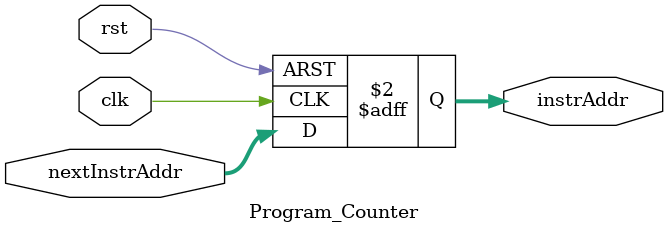
<source format=v>

`timescale 1ns / 1ps

module Program_Counter (
    input [31:0] nextInstrAddr,
    input clk, 
    input rst,
    output reg [31:0] instrAddr
);

    always @(posedge clk or posedge rst) begin
        if (rst) begin
            instrAddr <= -32'd4;
        end else begin
            instrAddr <= nextInstrAddr;     // Update the program counter
        end
    end

endmodule
</source>
